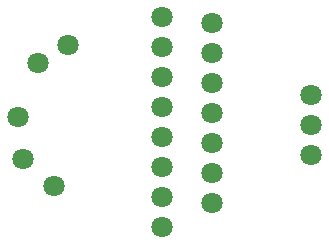
<source format=gtl>
G04 Layer: TopLayer*
G04 EasyEDA v6.5.22, 2023-01-21 16:45:32*
G04 4a6858e99da5455eb5449b68f4786d1d,dfc3211adda64e72838fb7ae4655844f,10*
G04 Gerber Generator version 0.2*
G04 Scale: 100 percent, Rotated: No, Reflected: No *
G04 Dimensions in millimeters *
G04 leading zeros omitted , absolute positions ,4 integer and 5 decimal *
%FSLAX45Y45*%
%MOMM*%

%ADD10C,1.8000*%

%LPD*%
D10*
G01*
X4491990Y5002784D03*
G01*
X4491990Y4748784D03*
G01*
X4491990Y4494784D03*
G01*
X4491990Y4240784D03*
G01*
X4491990Y3986784D03*
G01*
X4491990Y3732784D03*
G01*
X4491990Y3478784D03*
G01*
X4076700Y3276600D03*
G01*
X4076700Y3530600D03*
G01*
X4076700Y3784600D03*
G01*
X4076700Y4038600D03*
G01*
X4076700Y4292600D03*
G01*
X4076700Y4546600D03*
G01*
X4076700Y4800600D03*
G01*
X4076700Y5054600D03*
G01*
X5334000Y4140200D03*
G01*
X5334000Y4394200D03*
G01*
X5334000Y3886200D03*
G01*
X3022600Y4660900D03*
G01*
X3276600Y4813300D03*
G01*
X3162300Y3619500D03*
G01*
X2895600Y3848100D03*
G01*
X2857500Y4203700D03*
M02*

</source>
